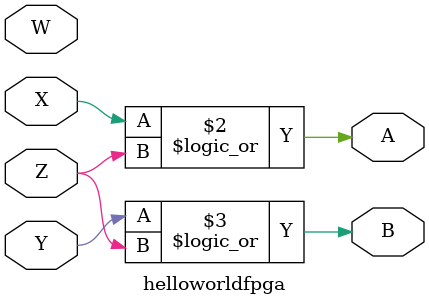
<source format=v>
/*Program for 4to2 encoder
novenber 2,2022
Code by Shreyash
Released under GNU GPL
*/

//declaring the IO module
module helloworldfpga(

input  wire X,
input  wire Y,
input  wire Z,
input  wire W,


output wire A,
output wire B

);


//Display Decoder
always @(*)
begin


A= X||Z;
B= Y||Z;



end
endmodule

//end of the module





</source>
